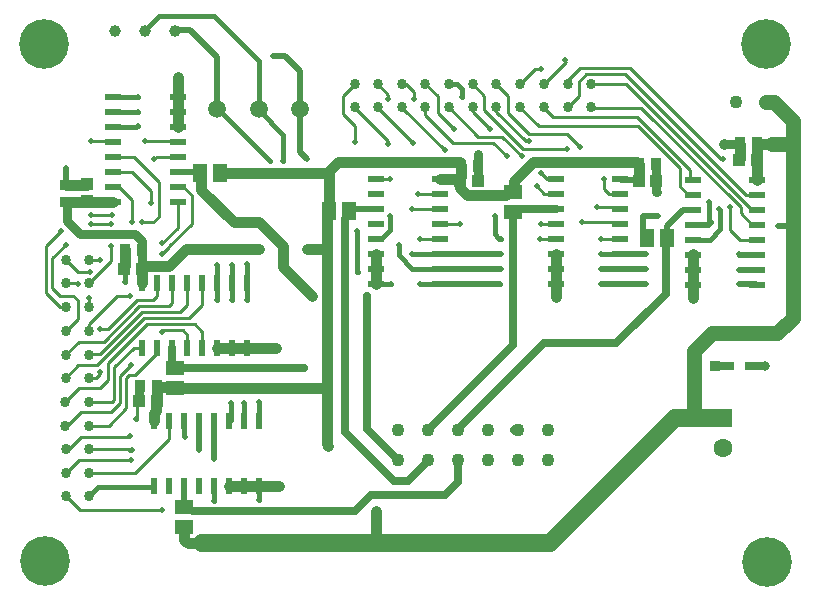
<source format=gtl>
G04*
G04 #@! TF.GenerationSoftware,Altium Limited,Altium Designer,19.1.7 (138)*
G04*
G04 Layer_Physical_Order=1*
G04 Layer_Color=255*
%FSLAX25Y25*%
%MOIN*%
G70*
G01*
G75*
%ADD10C,0.01000*%
%ADD15R,0.03150X0.03150*%
%ADD16R,0.02362X0.05709*%
%ADD17R,0.05709X0.02362*%
%ADD18R,0.04724X0.06102*%
%ADD19R,0.06102X0.04724*%
%ADD20R,0.03740X0.04134*%
%ADD21R,0.04134X0.03937*%
%ADD22R,0.04134X0.03740*%
%ADD23R,0.03937X0.04134*%
%ADD24R,0.03347X0.03543*%
%ADD43C,0.01500*%
%ADD44C,0.05000*%
%ADD45C,0.03500*%
%ADD46C,0.01968*%
%ADD47C,0.02000*%
%ADD48C,0.02953*%
%ADD49C,0.02500*%
%ADD50C,0.06000*%
%ADD51C,0.01800*%
%ADD52C,0.04331*%
%ADD53C,0.05906*%
%ADD54C,0.03400*%
%ADD55C,0.06299*%
%ADD56R,0.06299X0.06299*%
%ADD57C,0.03937*%
%ADD58C,0.16535*%
%ADD59C,0.02000*%
%ADD60C,0.03200*%
D10*
X41098Y78100D02*
X56743Y93745D01*
X34755Y78100D02*
X41098D01*
X30500Y73845D02*
X34755Y78100D01*
X76000Y105428D02*
Y105474D01*
Y98245D02*
Y105428D01*
X54146Y59891D02*
Y66245D01*
X134000Y140245D02*
X138500D01*
X143943Y171802D02*
X146500Y169245D01*
X142454Y171802D02*
X143943D01*
X221000Y160745D02*
X238500Y143245D01*
Y139900D02*
X239546D01*
X193111Y160745D02*
X221000D01*
X254500Y131745D02*
X255500Y130745D01*
Y128745D02*
Y130745D01*
Y128745D02*
X259346Y124899D01*
X261002D01*
X259174Y129900D02*
X261002D01*
X256500Y132574D02*
X259174Y129900D01*
X257310Y134899D02*
X261002D01*
X138000Y151745D02*
Y152856D01*
X126854Y164002D02*
X138000Y152856D01*
X48154Y137591D02*
X52500Y133245D01*
X46343Y137591D02*
X48154D01*
X61000Y82245D02*
Y84017D01*
X53567Y74812D02*
X61000Y82245D01*
X51654Y74812D02*
X53567D01*
X154500Y162245D02*
X160000Y156745D01*
X158254Y164102D02*
X168111Y154245D01*
X159500Y152245D02*
X173000D01*
X150354Y161391D02*
X159500Y152245D01*
X150354Y161391D02*
Y164102D01*
X52654Y142591D02*
X59000Y136245D01*
X46343Y142591D02*
X52654D01*
X61500Y127710D02*
Y139245D01*
X53154Y147591D02*
X61500Y139245D01*
X46343Y147591D02*
X53154D01*
X67800Y124045D02*
Y132591D01*
X62500Y118745D02*
X67800Y124045D01*
X56000Y125745D02*
X59535D01*
X61500Y127710D01*
X72500Y125245D02*
Y134745D01*
X69654Y137591D02*
X72500Y134745D01*
X67800Y137591D02*
X69654D01*
X76000Y84017D02*
Y89245D01*
X73500Y91745D02*
X76000Y89245D01*
X57572Y91745D02*
X73500D01*
X34800Y86045D02*
X43386D01*
X30500Y81745D02*
X34800Y86045D01*
X255346Y119899D02*
X261002D01*
X252000Y123245D02*
X255346Y119899D01*
X252000Y123245D02*
Y130745D01*
X132243Y140245D02*
X134000D01*
X256500Y132574D02*
Y132609D01*
X210000Y136745D02*
X211500Y135245D01*
X210000Y136745D02*
Y140245D01*
X238046Y134899D02*
X239546D01*
X241000Y140245D02*
X241346Y139900D01*
X168111Y154245D02*
X176000D01*
X132243Y140245D02*
X132243Y140245D01*
X153700Y120245D02*
X153700Y120245D01*
X148500Y120245D02*
X153700D01*
X146000Y130245D02*
X153700D01*
X146000Y130245D02*
X146000Y130245D01*
X153700Y135245D02*
X153700Y135245D01*
X148000Y135245D02*
X153700D01*
X154500Y162245D02*
Y167756D01*
X187500Y137745D02*
X190000Y135245D01*
X173000Y152245D02*
X177500Y147745D01*
X166154Y162591D02*
X172000Y156745D01*
X202500Y125745D02*
X214928D01*
X261002Y119899D02*
X261157Y119745D01*
X30700Y42245D02*
X35000Y46545D01*
X30500Y42245D02*
X30700D01*
X35500Y62545D02*
X45500D01*
X31000Y58045D02*
X35500Y62545D01*
X30400Y58045D02*
X31000D01*
X30400Y65945D02*
X35000Y70545D01*
X39000Y152745D02*
X46189D01*
X46343Y152591D01*
X57000Y152745D02*
X67646D01*
X67800Y152591D01*
X35000Y70545D02*
X42000D01*
X30500Y34545D02*
X35300Y29745D01*
X62500D01*
X35000Y46545D02*
X52300D01*
X65000Y97745D02*
X66000Y98745D01*
Y105474D01*
X68672Y95745D02*
X71000Y98074D01*
Y105474D01*
X61000Y101245D02*
Y104245D01*
X38300Y113345D02*
X42100D01*
X54258Y99745D02*
X59500D01*
X42000Y90245D02*
X44758D01*
X54258Y99745D01*
X55915Y95745D02*
X68672D01*
X44677Y78851D02*
X57572Y91745D01*
X41915Y81745D02*
X55915Y95745D01*
X38800Y81745D02*
X41915D01*
X59500Y99745D02*
X61000Y101245D01*
X38300Y97545D02*
Y100545D01*
X30500Y105445D02*
X34300D01*
X34500Y105245D01*
X39500Y128245D02*
X46000D01*
X63500Y116245D02*
X63535D01*
X65000Y117710D01*
Y117745D01*
X62500Y89245D02*
X63000Y89745D01*
X69500D01*
X71000Y88245D01*
Y84017D02*
Y88245D01*
X56743Y93745D02*
X71500D01*
X76000Y98245D01*
X55086Y97745D02*
X65000D01*
X43386Y86045D02*
X55086Y97745D01*
X38300Y73845D02*
X40600D01*
X42000Y75245D01*
Y76045D01*
X53236Y84017D02*
X56000D01*
X48677Y74664D02*
X52129Y78116D01*
X38300Y89645D02*
Y92045D01*
X47500Y101245D01*
X52000D01*
X38300Y105445D02*
X45764Y112910D01*
Y117745D01*
X65000D02*
X72500Y125245D01*
X60000Y146745D02*
X60846Y147591D01*
X67800D01*
X207500Y130745D02*
X214928D01*
X209500Y120245D02*
X215428D01*
X189000Y125245D02*
X193972D01*
X214928Y125745D02*
X215428Y125245D01*
X214928Y130745D02*
X215428Y130245D01*
X211500Y135245D02*
X215428D01*
X190000D02*
X193972D01*
X254500Y131745D02*
Y131781D01*
X134554Y164002D02*
X146311Y152245D01*
X166154Y162591D02*
Y164002D01*
X181954D02*
X188211Y157745D01*
X142454Y164002D02*
X142743D01*
X157000Y149745D01*
X174054Y162691D02*
Y164002D01*
X189854D02*
X193111Y160745D01*
X150354Y171902D02*
X154500Y167756D01*
X34600Y109245D02*
X38500D01*
X30500Y113345D02*
X34600Y109245D01*
X28700Y97545D02*
X30500D01*
Y89645D02*
X34500Y93645D01*
X33074Y101171D02*
X34500Y99745D01*
Y93645D02*
Y99745D01*
X28574Y101171D02*
X33074D01*
X26000Y103745D02*
X28574Y101171D01*
X24000Y102245D02*
X28700Y97545D01*
X126854Y152391D02*
Y157891D01*
X123000Y161745D02*
Y167948D01*
X126854Y171802D01*
X123000Y161745D02*
X126854Y157891D01*
X166154Y171802D02*
X170000Y167956D01*
X174054Y171802D02*
X178000Y167856D01*
Y162245D02*
Y167856D01*
X201500Y167748D02*
Y172719D01*
X204026Y175245D01*
X216965D01*
X202000Y177245D02*
X218500D01*
X205654Y171802D02*
X217307D01*
X197754Y164002D02*
X201500Y167748D01*
X197754Y173000D02*
X202000Y177245D01*
X197754Y171802D02*
Y173000D01*
X205654Y164002D02*
X222279D01*
X238500Y139900D02*
Y143245D01*
X38700Y58045D02*
X44870D01*
X46677Y77458D02*
X53236Y84017D01*
X54000Y60036D02*
X54146Y59891D01*
X54000Y60036D02*
Y60245D01*
X42000Y70545D02*
X44677Y73222D01*
Y78851D01*
X48677Y65722D02*
Y74664D01*
X54146Y71245D02*
X54500Y71600D01*
X50776Y73934D02*
X51654Y74812D01*
X44870Y58045D02*
X50776Y63951D01*
Y73934D01*
X45500Y62545D02*
X48677Y65722D01*
X62500Y115245D02*
X63500Y116245D01*
X39000Y125245D02*
X39000Y125245D01*
X45516D01*
X52500Y125745D02*
Y133245D01*
X59000Y132245D02*
Y136245D01*
X26000Y103745D02*
Y113745D01*
X30500Y118245D01*
X24000Y102245D02*
Y117745D01*
X29000Y122745D01*
X193472Y119745D02*
X193972Y120245D01*
X235191Y137754D02*
X238046Y134899D01*
X134554Y171802D02*
X138000Y168356D01*
Y166745D02*
Y168356D01*
X146500Y166745D02*
Y169245D01*
X222279Y164002D02*
X254500Y131781D01*
X217307Y171802D02*
X256500Y132609D01*
X216965Y175245D02*
X257310Y134899D01*
X218500Y177245D02*
X249000Y146745D01*
X249500D01*
X188211Y157745D02*
X221172D01*
X235191Y143725D01*
Y137754D02*
Y143725D01*
X191000Y140245D02*
X193972D01*
X189854Y171802D02*
X197298Y179245D01*
X186898Y176745D02*
X189000D01*
X181954Y171802D02*
X186898Y176745D01*
X197000Y179543D02*
X197298Y179245D01*
X197000Y179543D02*
Y179745D01*
X197500Y155245D02*
X202000Y150745D01*
X178000Y162245D02*
X185000Y155245D01*
X197500D01*
X174054Y162691D02*
X184000Y152745D01*
X189000Y142245D02*
X191000Y140245D01*
X176000Y154245D02*
X182500Y147745D01*
X170000Y163245D02*
Y167956D01*
X183000Y150245D02*
X197500D01*
X170000Y163245D02*
X183000Y150245D01*
X184000Y152745D02*
X185000D01*
X38700Y65945D02*
X46072D01*
X46677Y66551D01*
Y77458D01*
X70000Y54545D02*
X70200Y54345D01*
X38800Y50145D02*
X51400D01*
X30500D02*
X31500D01*
X35600Y54245D01*
X51550D01*
X51912Y54608D01*
X38800Y42245D02*
X53600D01*
X65000Y53645D01*
Y59474D01*
X51400Y50145D02*
X51900Y49645D01*
X52300Y50045D01*
X52500D01*
X189000Y120145D02*
X193072D01*
X193472Y119745D01*
X153700Y125245D02*
X161500D01*
X162000Y124745D01*
D15*
X258300Y77800D02*
D03*
X251800D02*
D03*
D16*
X56000Y83972D02*
D03*
X61000D02*
D03*
X66000D02*
D03*
X71000D02*
D03*
X76000D02*
D03*
X81000D02*
D03*
X86000D02*
D03*
X91000D02*
D03*
X56000Y105428D02*
D03*
X61000D02*
D03*
X66000D02*
D03*
X71000D02*
D03*
X76000D02*
D03*
X81000D02*
D03*
X86000D02*
D03*
X91000D02*
D03*
X60000Y37972D02*
D03*
X65000D02*
D03*
X70000D02*
D03*
X75000D02*
D03*
X80000D02*
D03*
X85000D02*
D03*
X90000D02*
D03*
X95000D02*
D03*
X60000Y59428D02*
D03*
X65000D02*
D03*
X70000D02*
D03*
X75000D02*
D03*
X80000D02*
D03*
X85000D02*
D03*
X90000D02*
D03*
X95000D02*
D03*
D17*
X133972Y140200D02*
D03*
Y135200D02*
D03*
Y130200D02*
D03*
Y125200D02*
D03*
Y120200D02*
D03*
Y115200D02*
D03*
Y110200D02*
D03*
Y105200D02*
D03*
X155428Y140200D02*
D03*
Y135200D02*
D03*
Y130200D02*
D03*
Y125200D02*
D03*
Y120200D02*
D03*
Y115200D02*
D03*
Y110200D02*
D03*
Y105200D02*
D03*
X193972Y140200D02*
D03*
Y135200D02*
D03*
Y130200D02*
D03*
Y125200D02*
D03*
Y120200D02*
D03*
Y115200D02*
D03*
Y110200D02*
D03*
Y105200D02*
D03*
X215428Y140200D02*
D03*
Y135200D02*
D03*
Y130200D02*
D03*
Y125200D02*
D03*
Y120200D02*
D03*
Y115200D02*
D03*
Y110200D02*
D03*
Y105200D02*
D03*
X239572Y139900D02*
D03*
Y134900D02*
D03*
Y129900D02*
D03*
Y124900D02*
D03*
Y119900D02*
D03*
Y114900D02*
D03*
Y109900D02*
D03*
Y104900D02*
D03*
X261028Y139900D02*
D03*
Y134900D02*
D03*
Y129900D02*
D03*
Y124900D02*
D03*
Y119900D02*
D03*
Y114900D02*
D03*
Y109900D02*
D03*
Y104900D02*
D03*
X67828Y132600D02*
D03*
Y137600D02*
D03*
Y142600D02*
D03*
Y147600D02*
D03*
Y152600D02*
D03*
Y157600D02*
D03*
Y162600D02*
D03*
Y167600D02*
D03*
X46372Y132600D02*
D03*
Y137600D02*
D03*
Y142600D02*
D03*
Y147600D02*
D03*
Y152600D02*
D03*
Y157600D02*
D03*
Y162600D02*
D03*
Y167600D02*
D03*
D18*
X118154Y129700D02*
D03*
X124846D02*
D03*
X224153Y120400D02*
D03*
X230847D02*
D03*
X81846Y142200D02*
D03*
X75153D02*
D03*
D19*
X70000Y24354D02*
D03*
Y31047D02*
D03*
X179500Y135947D02*
D03*
Y129253D02*
D03*
X67000Y70553D02*
D03*
Y77246D02*
D03*
D20*
X162146Y144700D02*
D03*
X167854D02*
D03*
X55146Y71200D02*
D03*
X60854D02*
D03*
X221646Y145200D02*
D03*
X227354D02*
D03*
X50146Y116700D02*
D03*
X55854D02*
D03*
X260854Y152200D02*
D03*
X255146D02*
D03*
D21*
X167953Y139700D02*
D03*
X162047D02*
D03*
X60953Y66200D02*
D03*
X55047D02*
D03*
X227453Y139700D02*
D03*
X221547D02*
D03*
X55953Y110200D02*
D03*
X50047D02*
D03*
X255047Y146700D02*
D03*
X260953D02*
D03*
D22*
X30700Y138254D02*
D03*
Y132546D02*
D03*
D23*
X37500Y132747D02*
D03*
Y138653D02*
D03*
D24*
X246851Y77800D02*
D03*
X240749D02*
D03*
D43*
X94800Y163200D02*
X103000Y155000D01*
X94800Y163200D02*
Y163700D01*
X103000Y146245D02*
Y155000D01*
X57000Y189745D02*
X61755Y194500D01*
X80000D01*
X94800Y179700D01*
Y163745D02*
Y179700D01*
X54409Y167591D02*
X54500Y167500D01*
X46343Y167591D02*
X54409D01*
Y162591D02*
X54500Y162500D01*
X46343Y162591D02*
X54409D01*
X54091Y157591D02*
X54500Y158000D01*
X46343Y157591D02*
X54091D01*
X81000Y105474D02*
Y111500D01*
Y100000D02*
Y105474D01*
X86000Y100000D02*
Y111500D01*
X91000Y105474D02*
Y112000D01*
Y100000D02*
Y105474D01*
X95000Y59474D02*
Y66000D01*
X85500Y59974D02*
Y65500D01*
X85000Y59474D02*
X85500Y59974D01*
X90000Y59474D02*
Y65500D01*
X41255Y37500D02*
X59483D01*
X38300Y34545D02*
X41255Y37500D01*
X150800Y46945D02*
X151200Y46545D01*
X138500Y127745D02*
X138604Y127641D01*
Y123339D02*
Y127641D01*
X134000Y120245D02*
X135510D01*
X138604Y123339D01*
X141500Y114745D02*
X146000Y110245D01*
X141500Y114745D02*
Y118245D01*
X146000Y110245D02*
X155457D01*
X148500Y105245D02*
X155457D01*
X127500Y109245D02*
X128000D01*
X134000Y105245D02*
X139000D01*
X50146Y105891D02*
Y110245D01*
X160843Y171902D02*
X162500Y170245D01*
Y167656D02*
Y170245D01*
X209000Y115245D02*
X215428D01*
X255000Y115054D02*
Y115245D01*
Y115054D02*
X255154Y114900D01*
X146000Y115245D02*
X155457D01*
X165478D02*
X165500Y115267D01*
X108500Y163745D02*
X108600D01*
X158254Y171902D02*
X160843D01*
X127500Y109245D02*
Y122745D01*
X94800Y161945D02*
Y163745D01*
X81000D02*
X98500Y146245D01*
X95000Y33145D02*
Y38017D01*
X70000Y54545D02*
Y59474D01*
X79900Y37917D02*
X80000Y38017D01*
X79900Y32945D02*
Y37917D01*
X175000Y120245D02*
X175500D01*
X173500Y121745D02*
X175000Y120245D01*
X173500Y121745D02*
Y127745D01*
X175000Y105245D02*
X175300D01*
D44*
X264100Y165900D02*
X266600D01*
X272800Y159700D01*
Y151745D02*
Y159700D01*
X266000Y151745D02*
X272800D01*
X240000Y60500D02*
Y82845D01*
X272800Y124645D02*
Y151745D01*
X240000Y82845D02*
X245900Y88745D01*
X267500D01*
X272800Y94045D01*
Y124645D01*
D45*
X260854Y152245D02*
X261354Y151745D01*
X260854Y152200D02*
Y152245D01*
Y140048D02*
Y152200D01*
X221646Y145200D02*
Y145245D01*
Y139844D02*
Y145200D01*
X162146Y144700D02*
Y144745D01*
Y140844D02*
Y144700D01*
X162047Y139700D02*
Y140745D01*
Y137112D02*
Y139700D01*
X177308Y134745D02*
X180000Y137437D01*
X133800Y18845D02*
Y29445D01*
X81846Y142245D02*
X118154D01*
X67000Y70552D02*
X75000D01*
X66589Y70964D02*
X67000Y70552D01*
X70000Y24354D02*
Y24399D01*
Y20045D02*
Y24354D01*
X60854Y71200D02*
Y71245D01*
Y71084D02*
Y71200D01*
X56000Y105474D02*
Y111078D01*
X60854Y66245D02*
X60953D01*
X255146Y146745D02*
Y151745D01*
X68000Y157791D02*
Y174245D01*
X161547Y140245D02*
X162047Y140745D01*
X95000Y125745D02*
X103000Y117745D01*
X86500Y125745D02*
X95000D01*
X75750Y136495D02*
X86500Y125745D01*
X103000Y110745D02*
Y117745D01*
Y110745D02*
X112500Y101245D01*
X193972Y100774D02*
Y105245D01*
X239546Y100428D02*
Y104900D01*
X118154Y142245D02*
Y142899D01*
Y129745D02*
Y142245D01*
X111000Y116745D02*
X117500D01*
Y129592D01*
X70500Y116745D02*
X95000D01*
X56000Y111078D02*
Y111100D01*
X260854Y140048D02*
X261002Y139900D01*
X261354Y151745D02*
X266000D01*
X250000D02*
X250000Y151745D01*
X30854Y138100D02*
X37500D01*
X30700Y138254D02*
X30854Y138100D01*
X50146Y111245D02*
Y116745D01*
X46248Y132495D02*
X46343Y132591D01*
X30700Y132545D02*
X37346D01*
X37500Y132391D01*
X37604Y132495D01*
X46248D01*
X75750Y136495D02*
Y141649D01*
X134000Y105245D02*
Y110245D01*
Y115245D01*
X193972Y105245D02*
Y110245D01*
Y115245D01*
X239546Y104900D02*
Y109899D01*
Y114900D01*
Y115245D01*
X86000Y84017D02*
X91000D01*
X100772D01*
X90000Y38017D02*
X95000D01*
X85000D02*
X90000D01*
X67800Y157591D02*
X68000Y157791D01*
X117500Y81899D02*
Y116745D01*
X60000Y59474D02*
Y62245D01*
X60636Y66027D02*
X60854Y66245D01*
X60636Y62881D02*
Y66027D01*
X60000Y62245D02*
X60636Y62881D01*
X60904Y66294D02*
X60953Y66245D01*
X60974Y70964D02*
X66589D01*
X60854Y71084D02*
X60904Y71035D01*
X60974Y70964D01*
X60904Y66294D02*
Y71035D01*
X75000Y70552D02*
X75008Y70545D01*
X64833Y111078D02*
X70500Y116745D01*
X56000Y111078D02*
X64833D01*
X55854Y111245D02*
X56000Y111100D01*
X121250Y145995D02*
X162026D01*
X118154Y142899D02*
X121250Y145995D01*
X155457Y140245D02*
X161547D01*
X180000Y137437D02*
Y139549D01*
X162047Y137112D02*
X164414Y134745D01*
X177308D01*
X162047Y140745D02*
X162146Y140844D01*
X75008Y70545D02*
X117500D01*
Y81599D01*
X81000Y84017D02*
X86000D01*
X95000Y38017D02*
X101772D01*
X180000Y139549D02*
X186397Y145945D01*
Y146045D02*
X220946D01*
Y145945D02*
X221646Y145245D01*
X70000Y20045D02*
X71200Y18845D01*
X75800D01*
X117500Y51845D02*
X118000Y51345D01*
X117500Y51845D02*
Y70545D01*
D46*
X215428Y140245D02*
X215625Y140048D01*
X221244D02*
X221547Y139745D01*
X215625Y140048D02*
X221244D01*
D47*
X222800Y121799D02*
X224199Y120399D01*
X153750Y110295D02*
X175500D01*
X50146Y110245D02*
Y111245D01*
X124846Y128196D02*
Y129745D01*
X70000Y31092D02*
X71549D01*
X230892Y120399D02*
Y124637D01*
X255000Y105245D02*
X260657D01*
X75153Y142245D02*
X75750Y141649D01*
X230892Y118400D02*
Y120399D01*
X260657Y105245D02*
X261002Y104900D01*
X255154Y109899D02*
X261002D01*
X255000Y109745D02*
X255154Y109899D01*
X209000Y105245D02*
X209000Y105245D01*
X30700Y138254D02*
Y143945D01*
X70000Y31092D02*
Y38017D01*
X80000Y46745D02*
Y59474D01*
X67800Y142591D02*
X74808D01*
X75153Y142245D01*
X108600Y149145D02*
X111000Y146745D01*
X124846Y129745D02*
X125347Y130245D01*
X132243D01*
X215428Y115245D02*
X224000D01*
X255154Y114900D02*
X261002D01*
X239546Y124899D02*
X244654D01*
X155457Y105245D02*
X175000D01*
X155457Y115245D02*
X165478D01*
X175500D01*
X94500Y164045D02*
X94800Y163745D01*
X108600Y149145D02*
Y163745D01*
X209000Y105245D02*
X215428D01*
X224000D01*
X209000Y110245D02*
X224000D01*
X230892Y124637D02*
X235500Y129245D01*
X235743D01*
X236397Y129900D01*
X239546D01*
X81000Y163745D02*
Y180745D01*
X72000Y189745D02*
X81000Y180745D01*
X67000Y189745D02*
X72000D01*
X103500Y181245D02*
X108500Y176245D01*
X99500Y181245D02*
X103500D01*
X108500Y163745D02*
Y176245D01*
X75000Y59474D02*
X75100Y59374D01*
X75000Y59274D02*
X75100Y59374D01*
X75000Y49745D02*
Y59274D01*
X133700Y29445D02*
X133800D01*
X71549Y31092D02*
X72995Y29645D01*
X153700Y110245D02*
X153750Y110295D01*
X268000Y124645D02*
X272800D01*
X222800Y121799D02*
Y127945D01*
X227800D01*
X221547Y139745D02*
X221646Y139844D01*
X133800Y18545D02*
Y18845D01*
D48*
X55854Y116700D02*
Y119391D01*
Y111245D02*
Y116700D01*
X250000Y151745D02*
X255146D01*
X55047Y66245D02*
X55096Y66294D01*
Y71196D01*
X55146Y71245D01*
X35280Y121769D02*
X40440D01*
X53476Y121769D02*
X55854Y119391D01*
X40440Y121769D02*
X40440Y121769D01*
X53476D01*
X30700Y132545D02*
X30803Y132443D01*
Y126246D02*
Y132443D01*
Y126246D02*
X35280Y121769D01*
X167904Y139795D02*
X167953Y139745D01*
X167904Y139795D02*
Y144696D01*
X167854Y144745D02*
X167904Y144696D01*
X167854Y144745D02*
Y148600D01*
X227354Y145245D02*
X227404Y145196D01*
Y139795D02*
Y145196D01*
Y139795D02*
X227453Y139745D01*
Y135793D02*
Y139745D01*
Y135793D02*
X227500Y135745D01*
D49*
X246851Y77845D02*
X251800D01*
X263345D02*
X263500Y78000D01*
X258300Y77845D02*
X263345D01*
X258300D02*
X258455Y78000D01*
X161123Y56623D02*
X190000Y85500D01*
X214000D02*
X230500Y102000D01*
X190000Y85500D02*
X214000D01*
X230500Y102000D02*
Y118007D01*
X179500Y130245D02*
X193971D01*
X179500Y84845D02*
Y129245D01*
X151200Y56545D02*
X179500Y84845D01*
X66000Y77245D02*
Y84017D01*
X150800Y45800D02*
Y46945D01*
X144500Y39500D02*
X150800Y45800D01*
X140045Y39500D02*
X144500D01*
X157000Y35000D02*
X161200Y39200D01*
X132355Y35000D02*
X157000D01*
X127000Y29645D02*
X132355Y35000D01*
X123700Y55845D02*
X140045Y39500D01*
X161200Y39200D02*
Y46545D01*
X131000Y56745D02*
X141200Y46545D01*
X131000Y56745D02*
Y101245D01*
X230500Y118007D02*
X230892Y118400D01*
X193971Y130245D02*
X193972Y130245D01*
X66000Y77245D02*
X67000D01*
X110000D01*
X123700Y127050D02*
X124846Y128196D01*
X72995Y29645D02*
X127000D01*
X181200Y45745D02*
Y46545D01*
X123700Y55845D02*
Y127050D01*
X180100Y56545D02*
X181200D01*
D50*
X233500Y60500D02*
X240000D01*
X248500D01*
X191845Y18845D02*
X233500Y60500D01*
X133800Y18845D02*
X191845Y18845D01*
X75800Y18845D02*
X133800D01*
D51*
X244654Y124899D02*
X245500Y125745D01*
X239546Y119899D02*
X245154D01*
X244900Y126345D02*
X245500Y125745D01*
X244900Y126345D02*
Y132545D01*
X245154Y119899D02*
X248700Y123445D01*
Y129845D01*
X248400Y130145D02*
X248700Y129845D01*
D52*
X191200Y46500D02*
D03*
Y56500D02*
D03*
X181200D02*
D03*
Y46500D02*
D03*
X171200D02*
D03*
Y56500D02*
D03*
X161200D02*
D03*
Y46500D02*
D03*
X151200D02*
D03*
Y56500D02*
D03*
X141200D02*
D03*
Y46500D02*
D03*
X254100Y165900D02*
D03*
X264100D02*
D03*
D53*
X81000Y163700D02*
D03*
X94800D02*
D03*
X108600D02*
D03*
D54*
X205700Y171900D02*
D03*
X197800D02*
D03*
X182000D02*
D03*
X189900D02*
D03*
X174100D02*
D03*
X166200D02*
D03*
X150400Y172000D02*
D03*
X158300D02*
D03*
X142500Y171900D02*
D03*
X134600D02*
D03*
X126900D02*
D03*
Y164100D02*
D03*
X134600D02*
D03*
X142500D02*
D03*
X158300Y164200D02*
D03*
X150400D02*
D03*
X166200Y164100D02*
D03*
X174100D02*
D03*
X189900D02*
D03*
X182000D02*
D03*
X197800D02*
D03*
X205700D02*
D03*
X38300Y113300D02*
D03*
Y105400D02*
D03*
Y89600D02*
D03*
Y97500D02*
D03*
Y81700D02*
D03*
Y73800D02*
D03*
X38200Y58000D02*
D03*
Y65900D02*
D03*
X38300Y50100D02*
D03*
Y42200D02*
D03*
Y34500D02*
D03*
X30500D02*
D03*
Y42200D02*
D03*
Y50100D02*
D03*
X30400Y65900D02*
D03*
Y58000D02*
D03*
X30500Y73800D02*
D03*
Y81700D02*
D03*
Y97500D02*
D03*
Y89600D02*
D03*
Y105400D02*
D03*
Y113300D02*
D03*
D55*
X249500Y50500D02*
D03*
D56*
Y60500D02*
D03*
D57*
X47000Y189700D02*
D03*
X57000D02*
D03*
X67000D02*
D03*
D58*
X23400Y185200D02*
D03*
X264100D02*
D03*
X23500Y12800D02*
D03*
X264200Y12600D02*
D03*
D59*
X54500Y167500D02*
D03*
Y162500D02*
D03*
Y158000D02*
D03*
X81000Y111500D02*
D03*
Y100000D02*
D03*
X85500Y65500D02*
D03*
X86000Y111500D02*
D03*
Y100000D02*
D03*
X90000Y65500D02*
D03*
X91000Y112000D02*
D03*
Y100000D02*
D03*
X95000Y66000D02*
D03*
X138500Y127745D02*
D03*
Y140245D02*
D03*
X138000Y166745D02*
D03*
X160000Y156745D02*
D03*
X209000Y110245D02*
D03*
X141500Y118245D02*
D03*
X224000Y110245D02*
D03*
X255000Y109745D02*
D03*
Y105245D02*
D03*
X224000D02*
D03*
X209000Y105245D02*
D03*
X209000Y115245D02*
D03*
X175500D02*
D03*
X128000Y109245D02*
D03*
X127500Y122745D02*
D03*
X139000Y105245D02*
D03*
X131000Y101245D02*
D03*
X111000Y146745D02*
D03*
X103000Y146245D02*
D03*
X98500D02*
D03*
X68000Y174245D02*
D03*
X100772Y84017D02*
D03*
X239546Y100428D02*
D03*
X193972Y100774D02*
D03*
X111000Y116745D02*
D03*
X95000D02*
D03*
X252000Y130745D02*
D03*
X250000Y151745D02*
D03*
X30700Y143945D02*
D03*
X157000Y149745D02*
D03*
X126854Y152391D02*
D03*
X138000Y151745D02*
D03*
X148500Y120245D02*
D03*
X146000Y130245D02*
D03*
X148000Y135245D02*
D03*
X146311Y152245D02*
D03*
X173500Y127745D02*
D03*
X162500Y167656D02*
D03*
X187500Y137745D02*
D03*
X177500Y147745D02*
D03*
X172000Y156745D02*
D03*
X202500Y125745D02*
D03*
X210000Y140245D02*
D03*
X42000Y76045D02*
D03*
X39000Y152745D02*
D03*
X57000D02*
D03*
X60000Y146745D02*
D03*
X112500Y101245D02*
D03*
X62500Y29745D02*
D03*
X52300Y46545D02*
D03*
X80000Y46745D02*
D03*
X39000Y125245D02*
D03*
X42100Y113345D02*
D03*
X56000Y125745D02*
D03*
X62500Y89245D02*
D03*
X42000Y90245D02*
D03*
X45764Y117745D02*
D03*
X34500Y105245D02*
D03*
X38300Y100545D02*
D03*
X52000Y101245D02*
D03*
X50146Y105891D02*
D03*
X62500Y118745D02*
D03*
X39000Y128245D02*
D03*
X46000D02*
D03*
X52129Y78116D02*
D03*
X162000Y125245D02*
D03*
X146000Y115245D02*
D03*
X148500Y105245D02*
D03*
X202000Y150745D02*
D03*
X197500Y150245D02*
D03*
X207500Y130745D02*
D03*
X209000Y120245D02*
D03*
X224000Y115245D02*
D03*
X255000D02*
D03*
X38500Y109245D02*
D03*
X54000Y60245D02*
D03*
X62500Y115245D02*
D03*
X45516Y125245D02*
D03*
X52500Y125745D02*
D03*
X167854Y148600D02*
D03*
X59000Y132245D02*
D03*
X30500Y118245D02*
D03*
X29000Y122745D02*
D03*
X175500Y120245D02*
D03*
X146500Y166745D02*
D03*
X249500Y146745D02*
D03*
X227500Y135745D02*
D03*
X99500Y181245D02*
D03*
X189000Y176745D02*
D03*
X197000Y179745D02*
D03*
X189000Y142245D02*
D03*
X182500Y147745D02*
D03*
X185000Y152745D02*
D03*
X101772Y38017D02*
D03*
X95000Y33145D02*
D03*
X110000Y77245D02*
D03*
X70200Y54345D02*
D03*
X51912Y54608D02*
D03*
X75000Y49745D02*
D03*
X52500Y50045D02*
D03*
X244900Y132545D02*
D03*
X248400Y130145D02*
D03*
X133700Y29445D02*
D03*
X118000Y51345D02*
D03*
X79900Y32945D02*
D03*
X189000Y125245D02*
D03*
X188700Y120145D02*
D03*
X175500Y110295D02*
D03*
X175300Y105245D02*
D03*
X268000Y124645D02*
D03*
X227800Y127945D02*
D03*
D60*
X263500Y78000D02*
D03*
M02*

</source>
